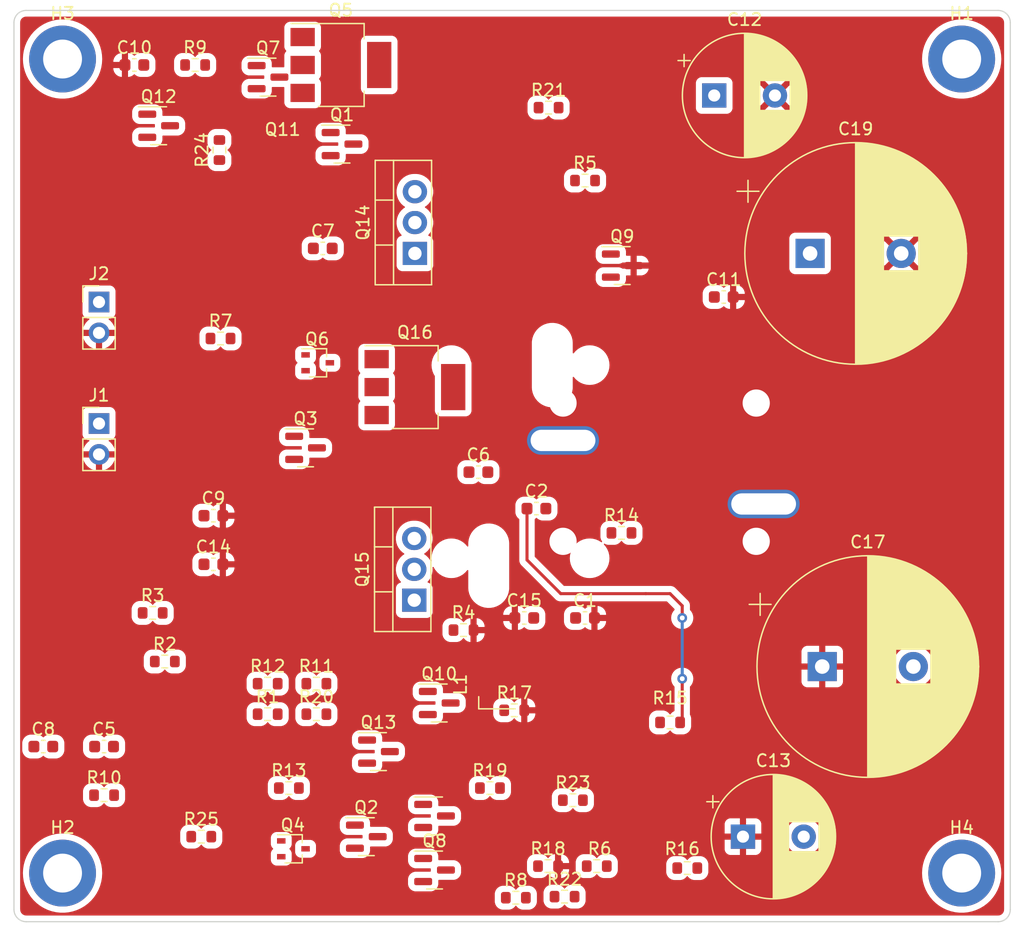
<source format=kicad_pcb>
(kicad_pcb (version 20211014) (generator pcbnew)
  (layers (0 "F.Cu" signal) (31 "B.Cu" signal) (34 "B.Paste" user) (35 "F.Paste" user) (36 "B.SilkS" user "B.Silkscreen") (37 "F.SilkS" user "F.Silkscreen") (38 "B.Mask" user) (39 "F.Mask" user) (44 "Edge.Cuts" user))
  (net 0 "")
  (net 1 "Net-(C1-Pad1)")
  (net 2 "Net-(Q1-Pad2)")
  (net 3 "Net-(D1-Pad1)")
  (net 4 "Net-(Q2-Pad1)")
  (net 5 "Net-(Q2-Pad2)")
  (net 6 "Net-(Q3-Pad1)")
  (net 7 "Net-(Q3-Pad2)")
  (net 8 "Net-(Q3-Pad3)")
  (net 9 "Net-(D7-Pad1)")
  (net 10 "Net-(Q5-Pad3)")
  (net 11 "Net-(D1-Pad2)")
  (net 12 "Net-(D8-Pad1)")
  (net 13 "Net-(Q7-Pad2)")
  (net 14 "Net-(C2-Pad2)")
  (net 15 "Net-(Q8-Pad2)")
  (net 16 "Net-(D3-Pad1)")
  (net 17 "Net-(D4-Pad2)")
  (net 18 "GND")
  (net 19 "Net-(C3-Pad1)")
  (net 20 "Net-(D7-Pad2)")
  (net 21 "Net-(C4-Pad1)")
  (net 22 "Net-(D8-Pad2)")
  (net 23 "Net-(D9-Pad2)")
  (net 24 "Net-(D9-Pad1)")
  (net 25 "Net-(C3-Pad2)")
  (net 26 "Net-(D10-Pad2)")
  (net 27 "Net-(D10-Pad1)")
  (net 28 "Net-(C10-Pad2)")
  (net 29 "Net-(C12-Pad1)")
  (net 33 "Net-(J1-Pad1)")
  (net 34 "Net-(J2-Pad1)")
  (net 35 "Net-(R11-Pad2)")
  (net 36 "Net-(C14-Pad1)")
  (net 37 "Net-(C15-Pad2)")
  (net 38 "Net-(C11-Pad1)")
  (net 39 "Net-(C2-Pad1)")
  (net 40 "Net-(C7-Pad1)")
  (net 41 "Net-(C8-Pad1)")
  (footprint "Resistor_SMD:R_0603_1608Metric" (layer "F.Cu") (at 97 100)
    (fp_text reference "R10" (at 0 -1.43) (layer "F.SilkS"))
    (fp_text value "R47R_0603")
    (pad "1" smd roundrect (at -0.825 0) (size 0.8 0.95) (layers "F.Cu" "F.Paste" "F.Mask") (net 15 "Net-(Q8-Pad2)"))
    (pad "2" smd roundrect (at 0.825 0) (size 0.8 0.95) (layers "F.Cu" "F.Paste" "F.Mask") (net 10 "Net-(Q5-Pad3)"))
  )
  (footprint "Resistor_SMD:R_0603_1608Metric" (layer "F.Cu") (at 135.584322 100.414468)
    (fp_text reference "R23" (at 0 -1.43) (layer "F.SilkS"))
    (fp_text value "R27R_0603")
    (pad "1" smd roundrect (at -0.825 0) (size 0.8 0.95) (layers "F.Cu" "F.Paste" "F.Mask") (net 26 "Net-(D10-Pad2)"))
    (pad "2" smd roundrect (at 0.825 0) (size 0.8 0.95) (layers "F.Cu" "F.Paste" "F.Mask") (net 22 "Net-(D8-Pad2)"))
  )
  (footprint "Resistor_SMD:R_0603_1608Metric" (layer "F.Cu") (at 133.584322 43.414468)
    (fp_text reference "R21" (at 0 -1.43) (layer "F.SilkS"))
    (fp_text value "R390R_0603")
    (pad "1" smd roundrect (at -0.825 0) (size 0.8 0.95) (layers "F.Cu" "F.Paste" "F.Mask") (net 21 "Net-(C4-Pad1)"))
    (pad "2" smd roundrect (at 0.825 0) (size 0.8 0.95) (layers "F.Cu" "F.Paste" "F.Mask") (net 12 "Net-(D8-Pad1)"))
  )
  (footprint "MountingHole:MountingHole_3.2mm_M3_ISO14580_Pad" (layer "F.Cu") (at 167.584322 106.414468)
    (fp_text reference "H4" (at 0 -3.75) (layer "F.SilkS"))
    (fp_text value "MountingHole")
    (pad "1" thru_hole circle (at 0 0) (size 5.5 5.5) (drill 3.2) (layers *.Cu *.Mask))
  )
  (footprint "MountingHole:MountingHole_3.2mm_M3_ISO14580_Pad" (layer "F.Cu") (at 167.584322 39.414468)
    (fp_text reference "H1" (at 0 -3.75) (layer "F.SilkS"))
    (fp_text value "MountingHole")
    (pad "1" thru_hole circle (at 0 0) (size 5.5 5.5) (drill 3.2) (layers *.Cu *.Mask))
  )
  (footprint "Capacitor_SMD:C_0603_1608Metric" (layer "F.Cu") (at 136.584322 85.414468)
    (fp_text reference "C1" (at 0 -1.43) (layer "F.SilkS"))
    (fp_text value "4n7")
    (pad "1" smd roundrect (at -0.775 0) (size 0.9 0.95) (layers "F.Cu" "F.Paste" "F.Mask") (net 1 "Net-(C1-Pad1)"))
    (pad "2" smd roundrect (at 0.775 0) (size 0.9 0.95) (layers "F.Cu" "F.Paste" "F.Mask") (net 18 "GND"))
  )
  (footprint "Capacitor_SMD:C_0603_1608Metric" (layer "F.Cu") (at 132.584322 76.414468)
    (fp_text reference "C2" (at 0 -1.43) (layer "F.SilkS"))
    (fp_text value "220p")
    (pad "1" smd roundrect (at -0.775 0) (size 0.9 0.95) (layers "F.Cu" "F.Paste" "F.Mask") (net 39 "Net-(C2-Pad1)"))
    (pad "2" smd roundrect (at 0.775 0) (size 0.9 0.95) (layers "F.Cu" "F.Paste" "F.Mask") (net 14 "Net-(C2-Pad2)"))
  )
  (footprint "Capacitor_THT:CP_Radial_D10.0mm_P5.00mm" (layer "F.Cu") (at 149.584322 103.414468)
    (fp_text reference "C13" (at 2.5 -6.25) (layer "F.SilkS"))
    (fp_text value "22u")
    (pad "1" thru_hole rect (at 0 0) (size 2 2) (drill 1) (layers *.Cu *.Mask) (net 18 "GND"))
    (pad "2" thru_hole circle (at 5 0) (size 2 2) (drill 1) (layers *.Cu *.Mask) (net 28 "Net-(C10-Pad2)"))
  )
  (footprint "Resistor_SMD:R_0603_1608Metric" (layer "F.Cu") (at 102 89)
    (fp_text reference "R2" (at 0 -1.43) (layer "F.SilkS"))
    (fp_text value "R47k_0603")
    (pad "1" smd roundrect (at -0.825 0) (size 0.8 0.95) (layers "F.Cu" "F.Paste" "F.Mask") (net 8 "Net-(Q3-Pad3)"))
    (pad "2" smd roundrect (at 0.825 0) (size 0.8 0.95) (layers "F.Cu" "F.Paste" "F.Mask") (net 33 "Net-(J1-Pad1)"))
  )
  (footprint "Package_TO_SOT_SMD:SOT-23" (layer "F.Cu") (at 119.584322 96.414468)
    (fp_text reference "Q13" (at 0 -2.4) (layer "F.SilkS"))
    (fp_text value "BC857")
    (pad "1" smd roundrect (at -0.9375 -0.95) (size 1.475 0.6) (layers "F.Cu" "F.Paste" "F.Mask") (net 26 "Net-(D10-Pad2)"))
    (pad "2" smd roundrect (at -0.9375 0.95) (size 1.475 0.6) (layers "F.Cu" "F.Paste" "F.Mask") (net 27 "Net-(D10-Pad1)"))
    (pad "3" smd roundrect (at 0.9375 0) (size 1.475 0.6) (layers "F.Cu" "F.Paste" "F.Mask") (net 28 "Net-(C10-Pad2)"))
  )
  (footprint "Capacitor_SMD:C_0603_1608Metric" (layer "F.Cu") (at 99.494322 39.904468)
    (fp_text reference "C10" (at 0 -1.43) (layer "F.SilkS"))
    (fp_text value "100n")
    (pad "1" smd roundrect (at -0.775 0) (size 0.9 0.95) (layers "F.Cu" "F.Paste" "F.Mask") (net 18 "GND"))
    (pad "2" smd roundrect (at 0.775 0) (size 0.9 0.95) (layers "F.Cu" "F.Paste" "F.Mask") (net 28 "Net-(C10-Pad2)"))
  )
  (footprint "Package_TO_SOT_SMD:SOT-223" (layer "F.Cu") (at 122.584322 66.414468)
    (fp_text reference "Q16" (at 0 -4.5) (layer "F.SilkS"))
    (fp_text value "PZT2222A")
    (pad "1" smd rect (at -3.15 -2.3) (size 2 1.5) (layers "F.Cu" "F.Paste" "F.Mask"))
    (pad "2" smd rect (at -3.15 0) (size 2 1.5) (layers "F.Cu" "F.Paste" "F.Mask"))
    (pad "3" smd rect (at -3.15 2.3) (size 2 1.5) (layers "F.Cu" "F.Paste" "F.Mask"))
    (pad "4" smd rect (at 3.15 0) (size 2 3.8) (layers "F.Cu" "F.Paste" "F.Mask"))
  )
  (footprint "Package_TO_SOT_SMD:SOT-23" (layer "F.Cu") (at 124.2 101.71)
    (fp_text reference "Q11" (at -12.505678 -56.495532) (layer "F.SilkS"))
    (fp_text value "BC857")
    (pad "1" smd roundrect (at -0.9375 -0.95) (size 1.475 0.6) (layers "F.Cu" "F.Paste" "F.Mask") (net 12 "Net-(D8-Pad1)"))
    (pad "2" smd roundrect (at -0.9375 0.95) (size 1.475 0.6) (layers "F.Cu" "F.Paste" "F.Mask") (net 21 "Net-(C4-Pad1)"))
    (pad "3" smd roundrect (at 0.9375 0) (size 1.475 0.6) (layers "F.Cu" "F.Paste" "F.Mask") (net 22 "Net-(D8-Pad2)"))
  )
  (footprint "Package_TO_SOT_THT:TO-220-3_Vertical" (layer "F.Cu") (at 122.584322 55.414468 90)
    (fp_text reference "Q14" (at 2.54 -4.27 90) (layer "F.SilkS"))
    (fp_text value "IRF540N")
    (pad "1" thru_hole rect (at 0 0 90) (size 1.905 2) (drill 1.1) (layers *.Cu *.Mask) (net 24 "Net-(D9-Pad1)"))
    (pad "2" thru_hole oval (at 2.54 0 90) (size 1.905 2) (drill 1.1) (layers *.Cu *.Mask) (net 29 "Net-(C12-Pad1)"))
    (pad "3" thru_hole oval (at 5.08 0 90) (size 1.905 2) (drill 1.1) (layers *.Cu *.Mask) (net 25 "Net-(C3-Pad2)"))
  )
  (footprint "Resistor_SMD:R_0603_1608Metric" (layer "F.Cu") (at 134.9 108.35)
    (fp_text reference "R22" (at 0 -1.43) (layer "F.SilkS"))
    (fp_text value "R27R_0603")
    (pad "1" smd roundrect (at -0.825 0) (size 0.8 0.95) (layers "F.Cu" "F.Paste" "F.Mask") (net 23 "Net-(D9-Pad2)"))
    (pad "2" smd roundrect (at 0.825 0) (size 0.8 0.95) (layers "F.Cu" "F.Paste" "F.Mask") (net 20 "Net-(D7-Pad2)"))
  )
  (footprint "Capacitor_SMD:C_0603_1608Metric" (layer "F.Cu") (at 148 59)
    (fp_text reference "C11" (at 0 -1.43) (layer "F.SilkS"))
    (fp_text value "680n")
    (pad "1" smd roundrect (at -0.775 0) (size 0.9 0.95) (layers "F.Cu" "F.Paste" "F.Mask") (net 38 "Net-(C11-Pad1)"))
    (pad "2" smd roundrect (at 0.775 0) (size 0.9 0.95) (layers "F.Cu" "F.Paste" "F.Mask") (net 18 "GND"))
  )
  (footprint "Resistor_SMD:R_0603_1608Metric" (layer "F.Cu") (at 101 85)
    (fp_text reference "R3" (at 0 -1.43) (layer "F.SilkS"))
    (fp_text value "47k")
    (pad "1" smd roundrect (at -0.825 0) (size 0.8 0.95) (layers "F.Cu" "F.Paste" "F.Mask") (net 7 "Net-(Q3-Pad2)"))
    (pad "2" smd roundrect (at 0.825 0) (size 0.8 0.95) (layers "F.Cu" "F.Paste" "F.Mask") (net 8 "Net-(Q3-Pad3)"))
  )
  (footprint "Package_TO_SOT_SMD:SOT-23" (layer "F.Cu") (at 124.2 106.16)
    (fp_text reference "Q8" (at 0 -2.4) (layer "F.SilkS"))
    (fp_text value "BF821")
    (pad "1" smd roundrect (at -0.9375 -0.95) (size 1.475 0.6) (layers "F.Cu" "F.Paste" "F.Mask") (net 14 "Net-(C2-Pad2)"))
    (pad "2" smd roundrect (at -0.9375 0.95) (size 1.475 0.6) (layers "F.Cu" "F.Paste" "F.Mask") (net 15 "Net-(Q8-Pad2)"))
    (pad "3" smd roundrect (at 0.9375 0) (size 1.475 0.6) (layers "F.Cu" "F.Paste" "F.Mask") (net 11 "Net-(D1-Pad2)"))
  )
  (footprint "Package_TO_SOT_SMD:SOT-323_SC-70" (layer "F.Cu") (at 112.584322 104.414468)
    (fp_text reference "Q4" (at -0.05 -1.95) (layer "F.SilkS"))
    (fp_text value "BF820")
    (pad "1" smd rect (at -1 -0.65 270) (size 0.45 0.7) (layers "F.Cu" "F.Paste" "F.Mask") (net 3 "Net-(D1-Pad1)"))
    (pad "2" smd rect (at -1 0.65 270) (size 0.45 0.7) (layers "F.Cu" "F.Paste" "F.Mask") (net 4 "Net-(Q2-Pad1)"))
    (pad "3" smd rect (at 1 0 270) (size 0.45 0.7) (layers "F.Cu" "F.Paste" "F.Mask") (net 9 "Net-(D7-Pad1)"))
  )
  (footprint "Package_TO_SOT_SMD:SOT-23" (layer "F.Cu") (at 101.494322 44.904468)
    (fp_text reference "Q12" (at 0 -2.4) (layer "F.SilkS"))
    (fp_text value "BC857")
    (pad "1" smd roundrect (at -0.9375 -0.95) (size 1.475 0.6) (layers "F.Cu" "F.Paste" "F.Mask") (net 23 "Net-(D9-Pad2)"))
    (pad "2" smd roundrect (at -0.9375 0.95) (size 1.475 0.6) (layers "F.Cu" "F.Paste" "F.Mask") (net 24 "Net-(D9-Pad1)"))
    (pad "3" smd roundrect (at 0.9375 0) (size 1.475 0.6) (layers "F.Cu" "F.Paste" "F.Mask") (net 25 "Net-(C3-Pad2)"))
  )
  (footprint "Package_TO_SOT_SMD:SOT-23" (layer "F.Cu") (at 113.584322 71.414468)
    (fp_text reference "Q3" (at 0 -2.4) (layer "F.SilkS"))
    (fp_text value "BC857")
    (pad "1" smd roundrect (at -0.9375 -0.95) (size 1.475 0.6) (layers "F.Cu" "F.Paste" "F.Mask") (net 6 "Net-(Q3-Pad1)"))
    (pad "2" smd roundrect (at -0.9375 0.95) (size 1.475 0.6) (layers "F.Cu" "F.Paste" "F.Mask") (net 7 "Net-(Q3-Pad2)"))
    (pad "3" smd roundrect (at 0.9375 0) (size 1.475 0.6) (layers "F.Cu" "F.Paste" "F.Mask") (net 8 "Net-(Q3-Pad3)"))
  )
  (footprint "Connector_PinHeader_2.54mm:PinHeader_1x02_P2.54mm_Vertical" (layer "F.Cu") (at 96.584322 69.414468)
    (fp_text reference "J1" (at 0 -2.33) (layer "F.SilkS"))
    (fp_text value "Conn_01x02_Male")
    (pad "1" thru_hole rect (at 0 0) (size 1.7 1.7) (drill 1) (layers *.Cu *.Mask) (net 33 "Net-(J1-Pad1)"))
    (pad "2" thru_hole oval (at 0 2.54) (size 1.7 1.7) (drill 1) (layers *.Cu *.Mask) (net 18 "GND"))
  )
  (footprint "Resistor_SMD:R_0603_1608Metric" (layer "F.Cu") (at 126.584322 86.414468)
    (fp_text reference "R4" (at 0 -1.43) (layer "F.SilkS"))
    (fp_text value "1k")
    (pad "1" smd roundrect (at -0.825 0) (size 0.8 0.95) (layers "F.Cu" "F.Paste" "F.Mask") (net 1 "Net-(C1-Pad1)"))
    (pad "2" smd roundrect (at 0.825 0) (size 0.8 0.95) (layers "F.Cu" "F.Paste" "F.Mask") (net 18 "GND"))
  )
  (footprint "Package_TO_SOT_SMD:SOT-23" (layer "F.Cu") (at 118.584322 103.414468)
    (fp_text reference "Q2" (at 0 -2.4) (layer "F.SilkS"))
    (fp_text value "BC847")
    (pad "1" smd roundrect (at -0.9375 -0.95) (size 1.475 0.6) (layers "F.Cu" "F.Paste" "F.Mask") (net 4 "Net-(Q2-Pad1)"))
    (pad "2" smd roundrect (at -0.9375 0.95) (size 1.475 0.6) (layers "F.Cu" "F.Paste" "F.Mask") (net 5 "Net-(Q2-Pad2)"))
    (pad "3" smd roundrect (at 0.9375 0) (size 1.475 0.6) (layers "F.Cu" "F.Paste" "F.Mask") (net 3 "Net-(D1-Pad1)"))
  )
  (footprint "Resistor_SMD:R_0603_1608Metric" (layer "F.Cu") (at 136.584322 49.414468)
    (fp_text reference "R5" (at 0 -1.43) (layer "F.SilkS"))
    (fp_text value "R220R_0603")
    (pad "1" smd roundrect (at -0.825 0) (size 0.8 0.95) (layers "F.Cu" "F.Paste" "F.Mask") (net 5 "Net-(Q2-Pad2)"))
    (pad "2" smd roundrect (at 0.825 0) (size 0.8 0.95) (layers "F.Cu" "F.Paste" "F.Mask") (net 35 "Net-(R11-Pad2)"))
  )
  (footprint "MountingHole:MountingHole_3.2mm_M3_ISO14580_Pad" (layer "F.Cu") (at 93.584322 39.414468)
    (fp_text reference "H3" (at 0 -3.75) (layer "F.SilkS"))
    (fp_text value "MountingHole")
    (pad "1" thru_hole circle (at 0 0) (size 5.5 5.5) (drill 3.2) (layers *.Cu *.Mask))
  )
  (footprint "Resistor_SMD:R_0603_1608Metric" (layer "F.Cu") (at 145 106)
    (fp_text reference "R16" (at -0.415678 -1.585532) (layer "F.SilkS"))
    (fp_text value "R22k_0603")
    (pad "1" smd roundrect (at -0.825 0) (size 0.8 0.95) (layers "F.Cu" "F.Paste" "F.Mask") (net 38 "Net-(C11-Pad1)"))
    (pad "2" smd roundrect (at 0.825 0) (size 0.8 0.95) (layers "F.Cu" "F.Paste" "F.Mask") (net 14 "Net-(C2-Pad2)"))
  )
  (footprint "Resistor_SMD:R_0603_1608Metric" (layer "F.Cu") (at 114.474322 93.334468)
    (fp_text reference "R20" (at 0 -1.43) (layer "F.SilkS"))
    (fp_text value "R390R_0603")
    (pad "1" smd roundrect (at -0.825 0) (size 0.8 0.95) (layers "F.Cu" "F.Paste" "F.Mask") (net 19 "Net-(C3-Pad1)"))
    (pad "2" smd roundrect (at 0.825 0) (size 0.8 0.95) (layers "F.Cu" "F.Paste" "F.Mask") (net 9 "Net-(D7-Pad1)"))
  )
  (footprint "Resistor_SMD:R_0603_1608Metric" (layer "F.Cu") (at 137.55 105.84)
    (fp_text reference "R6" (at 0.237258 -1.425532) (layer "F.SilkS"))
    (fp_text value "R47R_0603")
    (pad "1" smd roundrect (at -0.825 0) (size 0.8 0.95) (layers "F.Cu" "F.Paste" "F.Mask") (net 10 "Net-(Q5-Pad3)"))
    (pad "2" smd roundrect (at 0.825 0) (size 0.8 0.95) (layers "F.Cu" "F.Paste" "F.Mask") (net 2 "Net-(Q1-Pad2)"))
  )
  (footprint "Package_TO_SOT_SMD:SOT-23" (layer "F.Cu") (at 139.646822 56.414468)
    (fp_text reference "Q9" (at 0 -2.4) (layer "F.SilkS"))
    (fp_text value "BC847")
    (pad "1" smd roundrect (at -0.9375 -0.95) (size 1.475 0.6) (layers "F.Cu" "F.Paste" "F.Mask") (net 16 "Net-(D3-Pad1)"))
    (pad "2" smd roundrect (at -0.9375 0.95) (size 1.475 0.6) (layers "F.Cu" "F.Paste" "F.Mask") (net 17 "Net-(D4-Pad2)"))
    (pad "3" smd roundrect (at 0.9375 0) (size 1.475 0.6) (layers "F.Cu" "F.Paste" "F.Mask") (net 18 "GND"))
  )
  (footprint "Capacitor_THT:CP_Radial_D18.0mm_P7.50mm" (layer "F.Cu") (at 155.106542 55.414468)
    (fp_text reference "C19" (at 3.75 -10.25) (layer "F.SilkS"))
    (fp_text value "470u")
    (pad "1" thru_hole rect (at 0 0) (size 2.4 2.4) (drill 1.2) (layers *.Cu *.Mask) (net 36 "Net-(C14-Pad1)"))
    (pad "2" thru_hole circle (at 7.5 0) (size 2.4 2.4) (drill 1.2) (layers *.Cu *.Mask) (net 18 "GND"))
  )
  (footprint "Capacitor_SMD:C_0603_1608Metric" (layer "F.Cu") (at 92 96)
    (fp_text reference "C8" (at 0 -1.43) (layer "F.SilkS"))
    (fp_text value "100p")
    (pad "1" smd roundrect (at -0.775 0) (size 0.9 0.95) (layers "F.Cu" "F.Paste" "F.Mask") (net 41 "Net-(C8-Pad1)"))
    (pad "2" smd roundrect (at 0.775 0) (size 0.9 0.95) (layers "F.Cu" "F.Paste" "F.Mask") (net 28 "Net-(C10-Pad2)"))
  )
  (footprint "Resistor_SMD:R_0603_1608Metric" (layer "F.Cu") (at 130.759322 93.014468)
    (fp_text reference "R17" (at 0 -1.43) (layer "F.SilkS"))
    (fp_text value "R1k0_0603")
    (pad "1" smd roundrect (at -0.825 0) (size 0.8 0.95) (layers "F.Cu" "F.Paste" "F.Mask") (net 14 "Net-(C2-Pad2)"))
    (pad "2" smd roundrect (at 0.825 0) (size 0.8 0.95) (layers "F.Cu" "F.Paste" "F.Mask") (net 18 "GND"))
  )
  (footprint "Resistor_SMD:R_0603_1608Metric" (layer "F.Cu") (at 104.494322 39.904468)
    (fp_text reference "R9" (at 0 -1.43) (layer "F.SilkS"))
    (fp_text value "10R")
    (pad "1" smd roundrect (at -0.825 0) (size 0.8 0.95) (layers "F.Cu" "F.Paste" "F.Mask") (net 36 "Net-(C14-Pad1)"))
    (pad "2" smd roundrect (at 0.825 0) (size 0.8 0.95) (layers "F.Cu" "F.Paste" "F.Mask") (net 7 "Net-(Q3-Pad2)"))
  )
  (footprint "Capacitor_SMD:C_0603_1608Metric" (layer "F.Cu") (at 106 77)
    (fp_text reference "C9" (at 0 -1.43) (layer "F.SilkS"))
    (fp_text value "100n")
    (pad "1" smd roundrect (at -0.775 0) (size 0.9 0.95) (layers "F.Cu" "F.Paste" "F.Mask") (net 29 "Net-(C12-Pad1)"))
    (pad "2" smd roundrect (at 0.775 0) (size 0.9 0.95) (layers "F.Cu" "F.Paste" "F.Mask") (net 18 "GND"))
  )
  (footprint "UcD:Inductor_Coilcraft_AGP2923-103KL-17.0x27.0mm" (layer "F.Cu") (at 142.584322 73.414468 90)
    (fp_text reference "L1" (at -17.48 -16.25 90) (layer "F.SilkS"))
    (fp_text value "AGP2923-103KL")
    (pad "" np_thru_hole circle (at 5.685 8.09 90) (size 2.24 2.24) (drill 2.24) (layers *.Cu *.Mask))
    (pad "" np_thru_hole circle (at -5.695 8.09 90) (size 2.24 2.24) (drill 2.24) (layers *.Cu *.Mask))
    (pad "" np_thru_hole circle (at -5.695 -7.81 90) (size 2.24 2.24) (drill 2.24) (layers *.Cu *.Mask))
    (pad "" np_thru_hole circle (at 5.685 -7.81 90) (size 2.24 2.24) (drill 2.24) (layers *.Cu *.Mask))
    (pad "1" thru_hole oval (at 2.61 -7.81 90) (size 2.35 5.93) (drill oval 1.75 5.33) (layers *.Cu *.Mask) (net 25 "Net-(C3-Pad2)"))
    (pad "2" thru_hole oval (at -2.62 8.7 90) (size 2.35 5.93) (drill oval 1.75 5.33) (layers *.Cu *.Mask) (net 38 "Net-(C11-Pad1)"))
  )
  (footprint "Resistor_SMD:R_0603_1608Metric" (layer "F.Cu") (at 105 103.414468)
    (fp_text reference "R25" (at 0 -1.43) (layer "F.SilkS"))
    (fp_text value "R1k0_0603")
    (pad "1" smd roundrect (at -0.825 0) (size 0.8 0.95) (layers "F.Cu" "F.Paste" "F.Mask") (net 26 "Net-(D10-Pad2)"))
    (pad "2" smd roundrect (at 0.825 0) (size 0.8 0.95) (layers "F.Cu" "F.Paste" "F.Mask") (net 28 "Net-(C10-Pad2)"))
  )
  (footprint "Resistor_SMD:R_0603_1608Metric" (layer "F.Cu") (at 110.464322 90.824468)
    (fp_text reference "R12" (at 0 -1.43) (layer "F.SilkS"))
    (fp_text value "10R")
    (pad "1" smd roundrect (at -0.825 0) (size 0.8 0.95) (layers "F.Cu" "F.Paste" "F.Mask") (net 37 "Net-(C15-Pad2)"))
    (pad "2" smd roundrect (at 0.825 0) (size 0.8 0.95) (layers "F.Cu" "F.Paste" "F.Mask") (net 35 "Net-(R11-Pad2)"))
  )
  (footprint "Capacitor_SMD:C_0603_1608Metric" (layer "F.Cu") (at 115 55)
    (fp_text reference "C7" (at 0 -1.43) (layer "F.SilkS"))
    (fp_text value "100p")
    (pad "1" smd roundrect (at -0.775 0) (size 0.9 0.95) (layers "F.Cu" "F.Paste" "F.Mask") (net 40 "Net-(C7-Pad1)"))
    (pad "2" smd roundrect (at 0.775 0) (size 0.9 0.95) (layers "F.Cu" "F.Paste" "F.Mask") (net 25 "Net-(C3-Pad2)"))
  )
  (footprint "Capacitor_THT:CP_Radial_D18.0mm_P7.50mm" (layer "F.Cu") (at 156.106542 89.414468)
    (fp_text reference "C17" (at 3.75 -10.25) (layer "F.SilkS"))
    (fp_text value "470u")
    (pad "1" thru_hole rect (at 0 0) (size 2.4 2.4) (drill 1.2) (layers *.Cu *.Mask) (net 18 "GND"))
    (pad "2" thru_hole circle (at 7.5 0) (size 2.4 2.4) (drill 1.2) (layers *.Cu *.Mask) (net 37 "Net-(C15-Pad2)"))
  )
  (footprint "MountingHole:MountingHole_3.2mm_M3_ISO14580_Pad" (layer "F.Cu") (at 93.584322 106.414468)
    (fp_text reference "H2" (at 0 -3.75) (layer "F.SilkS"))
    (fp_text value "MountingHole")
    (pad "1" thru_hole circle (at 0 0) (size 5.5 5.5) (drill 3.2) (layers *.Cu *.Mask))
  )
  (footprint "Capacitor_SMD:C_0603_1608Metric" (layer "F.Cu") (at 106 81)
    (fp_text reference "C14" (at 0 -1.43) (layer "F.SilkS"))
    (fp_text value "100n")
    (pad "1" smd roundrect (at -0.775 0) (size 0.9 0.95) (layers "F.Cu" "F.Paste" "F.Mask") (net 36 "Net-(C14-Pad1)"))
    (pad "2" smd roundrect (at 0.775 0) (size 0.9 0.95) (layers "F.Cu" "F.Paste" "F.Mask") (net 18 "GND"))
  )
  (footprint "Capacitor_SMD:C_0603_1608Metric" (layer "F.Cu") (at 131.584322 85.414468)
    (fp_text reference "C15" (at 0 -1.43) (layer "F.SilkS"))
    (fp_text value "100n")
    (pad "1" smd roundrect (at -0.775 0) (size 0.9 0.95) (layers "F.Cu" "F.Paste" "F.Mask") (net 18 "GND"))
    (pad "2" smd roundrect (at 0.775 0) (size 0.9 0.95) (layers "F.Cu" "F.Paste" "F.Mask") (net 37 "Net-(C15-Pad2)"))
  )
  (footprint "Resistor_SMD:R_0603_1608Metric" (layer "F.Cu") (at 106.584322 62.414468)
    (fp_text reference "R7" (at 0 -1.43) (layer "F.SilkS"))
    (fp_text value "220R")
    (pad "1" smd roundrect (at -0.825 0) (size 0.8 0.95) (layers "F.Cu" "F.Paste" "F.Mask") (net 7 "Net-(Q3-Pad2)"))
    (pad "2" smd roundrect (at 0.825 0) (size 0.8 0.95) (layers "F.Cu" "F.Paste" "F.Mask") (net 6 "Net-(Q3-Pad1)"))
  )
  (footprint "Package_TO_SOT_SMD:SOT-23" (layer "F.Cu") (at 116.584322 46.414468)
    (fp_text reference "Q1" (at 0 -2.4) (layer "F.SilkS"))
    (fp_text value "BF821")
    (pad "1" smd roundrect (at -0.9375 -0.95) (size 1.475 0.6) (layers "F.Cu" "F.Paste" "F.Mask") (net 1 "Net-(C1-Pad1)"))
    (pad "2" smd roundrect (at -0.9375 0.95) (size 1.475 0.6) (layers "F.Cu" "F.Paste" "F.Mask") (net 2 "Net-(Q1-Pad2)"))
    (pad "3" smd roundrect (at 0.9375 0) (size 1.475 0.6) (layers "F.Cu" "F.Paste" "F.Mask") (net 3 "Net-(D1-Pad1)"))
  )
  (footprint "Resistor_SMD:R_0603_1608Metric" (layer "F.Cu") (at 112.21 99.414468)
    (fp_text reference "R13" (at 0 -1.43) (layer "F.SilkS"))
    (fp_text value "R5M6_0603")
    (pad "1" smd roundrect (at -0.825 0) (size 0.8 0.95) (layers "F.Cu" "F.Paste" "F.Mask") (net 36 "Net-(C14-Pad1)"))
    (pad "2" smd roundrect (at 0.825 0) (size 0.8 0.95) (layers "F.Cu" "F.Paste" "F.Mask") (net 14 "Net-(C2-Pad2)"))
  )
  (footprint "Package_TO_SOT_SMD:SOT-323_SC-70" (layer "F.Cu") (at 114.584322 64.414468)
    (fp_text reference "Q6" (at -0.05 -1.95) (layer "F.SilkS"))
    (fp_text value "BF820")
    (pad "1" smd rect (at -1 -0.65 270) (size 0.45 0.7) (layers "F.Cu" "F.Paste" "F.Mask") (net 11 "Net-(D1-Pad2)"))
    (pad "2" smd rect (at -1 0.65 270) (size 0.45 0.7) (layers "F.Cu" "F.Paste" "F.Mask") (net 4 "Net-(Q2-Pad1)"))
    (pad "3" smd rect (at 1 0 270) (size 0.45 0.7) (layers "F.Cu" "F.Paste" "F.Mask") (net 12 "Net-(D8-Pad1)"))
  )
  (footprint "Connector_PinHeader_2.54mm:PinHeader_1x02_P2.54mm_Vertical" (layer "F.Cu") (at 96.584322 59.414468)
    (fp_text reference "J2" (at 0 -2.33) (layer "F.SilkS"))
    (fp_text value "Conn_01x02_Male")
    (pad "1" thru_hole rect (at 0 0) (size 1.7 1.7) (drill 1) (layers *.Cu *.Mask) (net 34 "Net-(J2-Pad1)"))
    (pad "2" thru_hole oval (at 0 2.54) (size 1.7 1.7) (drill 1) (layers *.Cu *.Mask) (net 18 "GND"))
  )
  (footprint "Resistor_SMD:R_0603_1608Metric" (layer "F.Cu") (at 133.54 105.84)
    (fp_text reference "R18" (at 0 -1.43) (layer "F.SilkS"))
    (fp_text value "R8k2_0603")
    (pad "1" smd roundrect (at -0.825 0) (size 0.8 0.95) (layers "F.Cu" "F.Paste" "F.Mask") (net 16 "Net-(D3-Pad1)"))
    (pad "2" smd roundrect (at 0.825 0) (size 0.8 0.95) (layers "F.Cu" "F.Paste" "F.Mask") (net 18 "GND"))
  )
  (footprint "Capacitor_SMD:C_0603_1608Metric" (layer "F.Cu") (at 97 96)
    (fp_text reference "C5" (at 0 -1.43) (layer "F.SilkS"))
    (fp_text value "100n")
    (pad "1" smd roundrect (at -0.775 0) (size 0.9 0.95) (layers "F.Cu" "F.Paste" "F.Mask") (net 19 "Net-(C3-Pad1)"))
    (pad "2" smd roundrect (at 0.775 0) (size 0.9 0.95) (layers "F.Cu" "F.Paste" "F.Mask") (net 25 "Net-(C3-Pad2)"))
  )
  (footprint "Package_TO_SOT_SMD:SOT-223" (layer "F.Cu") (at 116.494322 39.904468)
    (fp_text reference "Q5" (at 0 -4.5) (layer "F.SilkS"))
    (fp_text value "BF721")
    (pad "1" smd rect (at -3.15 -2.3) (size 2 1.5) (layers "F.Cu" "F.Paste" "F.Mask") (net 8 "Net-(Q3-Pad3)"))
    (pad "2" smd rect (at -3.15 0) (size 2 1.5) (layers "F.Cu" "F.Paste" "F.Mask") (net 6 "Net-(Q3-Pad1)"))
    (pad "3" smd rect (at -3.15 2.3) (size 2 1.5) (layers "F.Cu" "F.Paste" "F.Mask") (net 10 "Net-(Q5-Pad3)"))
    (pad "4" smd rect (at 3.15 0) (size 2 3.8) (layers "F.Cu" "F.Paste" "F.Mask"))
  )
  (footprint "Package_TO_SOT_SMD:SOT-23" (layer "F.Cu") (at 124.584322 92.414468)
    (fp_text reference "Q10" (at 0 -2.4) (layer "F.SilkS"))
    (fp_text value "BC857")
    (pad "1" smd roundrect (at -0.9375 -0.95) (size 1.475 0.6) (layers "F.Cu" "F.Paste" "F.Mask") (net 9 "Net-(D7-Pad1)"))
    (pad "2" smd roundrect (at -0.9375 0.95) (size 1.475 0.6) (layers "F.Cu" "F.Paste" "F.Mask") (net 19 "Net-(C3-Pad1)"))
    (pad "3" smd roundrect (at 0.9375 0) (size 1.475 0.6) (layers "F.Cu" "F.Paste" "F.Mask") (net 20 "Net-(D7-Pad2)"))
  )
  (footprint "Capacitor_SMD:C_0603_1608Metric" (layer "F.Cu") (at 127.809322 73.414468)
    (fp_text reference "C6" (at 0 -1.43) (layer "F.SilkS"))
    (fp_text value "100n")
    (pad "1" smd roundrect (at -0.775 0) (size 0.9 0.95) (layers "F.Cu" "F.Paste" "F.Mask") (net 21 "Net-(C4-Pad1)"))
    (pad "2" smd roundrect (at 0.775 0) (size 0.9 0.95) (layers "F.Cu" "F.Paste" "F.Mask") (net 28 "Net-(C10-Pad2)"))
  )
  (footprint "Capacitor_THT:CP_Radial_D10.0mm_P5.00mm" (layer "F.Cu") (at 147.216645 42.414468)
    (fp_text reference "C12" (at 2.5 -6.25) (layer "F.SilkS"))
    (fp_text value "22u")
    (pad "1" thru_hole rect (at 0 0) (size 2 2) (drill 1) (layers *.Cu *.Mask) (net 29 "Net-(C12-Pad1)"))
    (pad "2" thru_hole circle (at 5 0) (size 2 2) (drill 1) (layers *.Cu *.Mask) (net 18 "GND"))
  )
  (footprint "Resistor_SMD:R_0603_1608Metric" (layer "F.Cu") (at 130.89 108.44)
    (fp_text reference "R8" (at 0 -1.43) (layer "F.SilkS"))
    (fp_text value "R330R_0603")
    (pad "1" smd roundrect (at -0.825 0) (size 0.8 0.95) (layers "F.Cu" "F.Paste" "F.Mask") (net 4 "Net-(Q2-Pad1)"))
    (pad "2" smd roundrect (at 0.825 0) (size 0.8 0.95) (layers "F.Cu" "F.Paste" "F.Mask") (net 35 "Net-(R11-Pad2)"))
  )
  (footprint "Resistor_SMD:R_0603_1608Metric" (layer "F.Cu") (at 114.474322 90.824468)
    (fp_text reference "R11" (at 0 -1.43) (layer "F.SilkS"))
    (fp_text value "R220R_0603")
    (pad "1" smd roundrect (at -0.825 0) (size 0.8 0.95) (layers "F.Cu" "F.Paste" "F.Mask") (net 13 "Net-(Q7-Pad2)"))
    (pad "2" smd roundrect (at 0.825 0) (size 0.8 0.95) (layers "F.Cu" "F.Paste" "F.Mask") (net 35 "Net-(R11-Pad2)"))
  )
  (footprint "Package_TO_SOT_THT:TO-220-3_Vertical" (layer "F.Cu") (at 122.529322 83.954468 90)
    (fp_text reference "Q15" (at 2.54 -4.27 90) (layer "F.SilkS"))
    (fp_text value "IRF540N")
    (pad "1" thru_hole rect (at 0 0 90) (size 1.905 2) (drill 1.1) (layers *.Cu *.Mask) (net 27 "Net-(D10-Pad1)"))
    (pad "2" thru_hole oval (at 2.54 0 90) (size 1.905 2) (drill 1.1) (layers *.Cu *.Mask) (net 25 "Net-(C3-Pad2)"))
    (pad "3" thru_hole oval (at 5.08 0 90) (size 1.905 2) (drill 1.1) (layers *.Cu *.Mask) (net 28 "Net-(C10-Pad2)"))
  )
  (footprint "Resistor_SMD:R_0603_1608Metric" (layer "F.Cu") (at 128.759322 99.414468)
    (fp_text reference "R19" (at 0 -1.43) (layer "F.SilkS"))
    (fp_text value "R4k7_0603")
    (pad "1" smd roundrect (at -0.825 0) (size 0.8 0.95) (layers "F.Cu" "F.Paste" "F.Mask") (net 36 "Net-(C14-Pad1)"))
    (pad "2" smd roundrect (at 0.825 0) (size 0.8 0.95) (layers "F.Cu" "F.Paste" "F.Mask") (net 19 "Net-(C3-Pad1)"))
  )
  (footprint "Package_TO_SOT_SMD:SOT-23" (layer "F.Cu") (at 110.494322 40.904468)
    (fp_text reference "Q7" (at 0 -2.4) (layer "F.SilkS"))
    (fp_text value "BC847")
    (pad "1" smd roundrect (at -0.9375 -0.95) (size 1.475 0.6) (layers "F.Cu" "F.Paste" "F.Mask") (net 4 "Net-(Q2-Pad1)"))
    (pad "2" smd roundrect (at -0.9375 0.95) (size 1.475 0.6) (layers "F.Cu" "F.Paste" "F.Mask") (net 13 "Net-(Q7-Pad2)"))
    (pad "3" smd roundrect (at 0.9375 0) (size 1.475 0.6) (layers "F.Cu" "F.Paste" "F.Mask") (net 11 "Net-(D1-Pad2)"))
  )
  (footprint "Resistor_SMD:R_0603_1608Metric" (layer "F.Cu") (at 139.584322 78.414468)
    (fp_text reference "R14" (at 0 -1.43) (layer "F.SilkS"))
    (fp_text value "R3M9_0603")
    (pad "1" smd roundrect (at -0.825 0) (size 0.8 0.95) (layers "F.Cu" "F.Paste" "F.Mask") (net 14 "Net-(C2-Pad2)"))
    (pad "2" smd roundrect (at 0.825 0) (size 0.8 0.95) (layers "F.Cu" "F.Paste" "F.Mask") (net 37 "Net-(C15-Pad2)"))
  )
  (footprint "Resistor_SMD:R_0603_1608Metric" (layer "F.Cu") (at 143.584322 94.014468)
    (fp_text reference "R15" (at 0 -2) (layer "F.SilkS"))
    (fp_text value "R2k2_0603")
    (pad "1" smd roundrect (at -0.825 0) (size 0.8 0.95) (layers "F.Cu" "F.Paste" "F.Mask") (net 38 "Net-(C11-Pad1)"))
    (pad "2" smd roundrect (at 0.825 0) (size 0.8 0.95) (layers "F.Cu" "F.Paste" "F.Mask") (net 39 "Net-(C2-Pad1)"))
  )
  (footprint "Resistor_SMD:R_0603_1608Metric" (layer "F.Cu") (at 110.464322 93.334468)
    (fp_text reference "R1" (at 0 -1.43) (layer "F.SilkS"))
    (fp_text value "560R")
    (pad "1" smd roundrect (at -0.825 0) (size 0.8 0.95) (layers "F.Cu" "F.Paste" "F.Mask") (net 1 "Net-(C1-Pad1)"))
    (pad "2" smd roundrect (at 0.825 0) (size 0.8 0.95) (layers "F.Cu" "F.Paste" "F.Mask") (net 34 "Net-(J2-Pad1)"))
  )
  (footprint "Resistor_SMD:R_0603_1608Metric" (layer "F.Cu") (at 106.494322 46.904468 90)
    (fp_text reference "R24" (at 0 -1.43 90) (layer "F.SilkS"))
    (fp_text value "R1k0_0603")
    (pad "1" smd roundrect (at -0.825 0 90) (size 0.8 0.95) (layers "F.Cu" "F.Paste" "F.Mask") (net 23 "Net-(D9-Pad2)"))
    (pad "2" smd roundrect (at 0.825 0 90) (size 0.8 0.95) (layers "F.Cu" "F.Paste" "F.Mask") (net 25 "Net-(C3-Pad2)"))
  )
  (gr_line (start 89.584322 109.414468) (end 89.584322 36.414468) (layer "Edge.Cuts") (width 0.1))
  (gr_arc (start 171.584322 109.414468) (mid 171.291428 110.121574) (end 170.584322 110.414468) (layer "Edge.Cuts") (width 0.1))
  (gr_line (start 170.584322 35.414468) (end 90.584322 35.414468) (layer "Edge.Cuts") (width 0.1))
  (gr_line (start 171.584322 109.414468) (end 171.584322 36.414468) (layer "Edge.Cuts") (width 0.1))
  (gr_line (start 170.584322 110.414468) (end 90.584322 110.414468) (layer "Edge.Cuts") (width 0.1))
  (gr_arc (start 90.584322 110.414468) (mid 89.879864 110.119395) (end 89.585935 109.414459) (layer "Edge.Cuts") (width 0.1))
  (gr_arc (start 89.584322 36.414468) (mid 89.877215 35.707361) (end 90.584322 35.414468) (layer "Edge.Cuts") (width 0.1))
  (gr_arc (start 170.584322 35.414468) (mid 171.291429 35.707361) (end 171.584322 36.414468) (layer "Edge.Cuts") (width 0.1))
  (segment (start 144.584322 90.414468) (end 144.584322 93.839468) (width 0.25) (layer "F.Cu") (net 39))
  (segment (start 131.809322 76.414468) (end 131.809322 80.639468) (width 0.25) (layer "F.Cu") (net 39))
  (segment (start 144.584322 93.839468) (end 144.409322 94.014468) (width 0.25) (layer "F.Cu") (net 39))
  (segment (start 134.584322 83.414468) (end 141.584322 83.414468) (width 0.25) (layer "F.Cu") (net 39))
  (segment (start 144.584322 84.414468) (end 144.584322 85.414468) (width 0.25) (layer "F.Cu") (net 39))
  (segment (start 141.584322 83.414468) (end 143.584322 83.414468) (width 0.25) (layer "F.Cu") (net 39))
  (segment (start 143.584322 83.414468) (end 144.584322 84.414468) (width 0.25) (layer "F.Cu") (net 39))
  (segment (start 131.809322 80.639468) (end 133.584322 82.414468) (width 0.25) (layer "F.Cu") (net 39))
  (segment (start 133.584322 82.414468) (end 134.584322 83.414468) (width 0.25) (layer "F.Cu") (net 39))
  (via (at 144.584322 85.414468) (size 0.8) (drill 0.4) (layers "F.Cu" "B.Cu") (net 39))
  (via (at 144.584322 90.414468) (size 0.8) (drill 0.4) (layers "F.Cu" "B.Cu") (net 39))
  (segment (start 144.584322 85.414468) (end 144.584322 90.414468) (width 0.25) (layer "B.Cu") (net 39))
  (zone (net 18) (net_name "GND") (layer "F.Cu") (connect_pads (clearance 0.508)) (min_thickness 0.1) (fill yes (thermal_gap 0.508) (thermal_bridge_width 0.508))
    (polygon (pts (xy 171.584322 110.414468) (xy 89.651729 110.415224) (xy 89.584322 35.414468) (xy 171.584322 35.414468)))
  )
)
</source>
